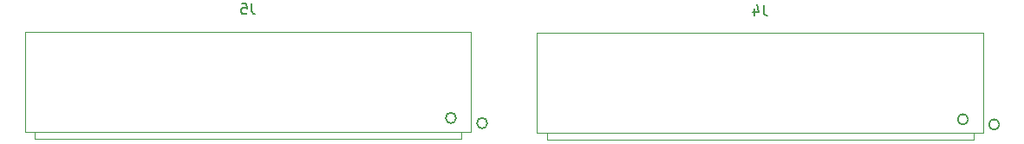
<source format=gbr>
G04 #@! TF.GenerationSoftware,KiCad,Pcbnew,(5.1.5)-3*
G04 #@! TF.CreationDate,2020-07-15T17:56:55-04:00*
G04 #@! TF.ProjectId,dmf_relay_board,646d665f-7265-46c6-9179-5f626f617264,rev?*
G04 #@! TF.SameCoordinates,Original*
G04 #@! TF.FileFunction,Legend,Bot*
G04 #@! TF.FilePolarity,Positive*
%FSLAX46Y46*%
G04 Gerber Fmt 4.6, Leading zero omitted, Abs format (unit mm)*
G04 Created by KiCad (PCBNEW (5.1.5)-3) date 2020-07-15 17:56:55*
%MOMM*%
%LPD*%
G04 APERTURE LIST*
%ADD10C,0.120000*%
%ADD11C,0.150000*%
G04 APERTURE END LIST*
D10*
X116074380Y-98159540D02*
X116074380Y-97471540D01*
X157730380Y-98159540D02*
X116074380Y-98159540D01*
X157730380Y-97471540D02*
X157730380Y-98159540D01*
D11*
X157222380Y-96127540D02*
G75*
G03X157222380Y-96127540I-508000J0D01*
G01*
X160270380Y-96635540D02*
G75*
G03X160270380Y-96635540I-508000J0D01*
G01*
D10*
X158677380Y-97471540D02*
X115127380Y-97471540D01*
X115127380Y-87671540D02*
X158677380Y-87671540D01*
X115127380Y-87671540D02*
X115127380Y-97471540D01*
X158677380Y-87671540D02*
X158677380Y-97471540D01*
X166073380Y-98286540D02*
X166073380Y-97598540D01*
X207729380Y-98286540D02*
X166073380Y-98286540D01*
X207729380Y-97598540D02*
X207729380Y-98286540D01*
D11*
X207221380Y-96254540D02*
G75*
G03X207221380Y-96254540I-508000J0D01*
G01*
X210269380Y-96762540D02*
G75*
G03X210269380Y-96762540I-508000J0D01*
G01*
D10*
X208676380Y-97598540D02*
X165126380Y-97598540D01*
X165126380Y-87798540D02*
X208676380Y-87798540D01*
X165126380Y-87798540D02*
X165126380Y-97598540D01*
X208676380Y-87798540D02*
X208676380Y-97598540D01*
D11*
X137235713Y-84911920D02*
X137235713Y-85626206D01*
X137283332Y-85769063D01*
X137378570Y-85864301D01*
X137521427Y-85911920D01*
X137616665Y-85911920D01*
X136283332Y-84911920D02*
X136759522Y-84911920D01*
X136807141Y-85388111D01*
X136759522Y-85340492D01*
X136664284Y-85292873D01*
X136426189Y-85292873D01*
X136330951Y-85340492D01*
X136283332Y-85388111D01*
X136235713Y-85483349D01*
X136235713Y-85721444D01*
X136283332Y-85816682D01*
X136330951Y-85864301D01*
X136426189Y-85911920D01*
X136664284Y-85911920D01*
X136759522Y-85864301D01*
X136807141Y-85816682D01*
X187234713Y-85038920D02*
X187234713Y-85753206D01*
X187282332Y-85896063D01*
X187377570Y-85991301D01*
X187520427Y-86038920D01*
X187615665Y-86038920D01*
X186329951Y-85372254D02*
X186329951Y-86038920D01*
X186568046Y-84991301D02*
X186806141Y-85705587D01*
X186187094Y-85705587D01*
M02*

</source>
